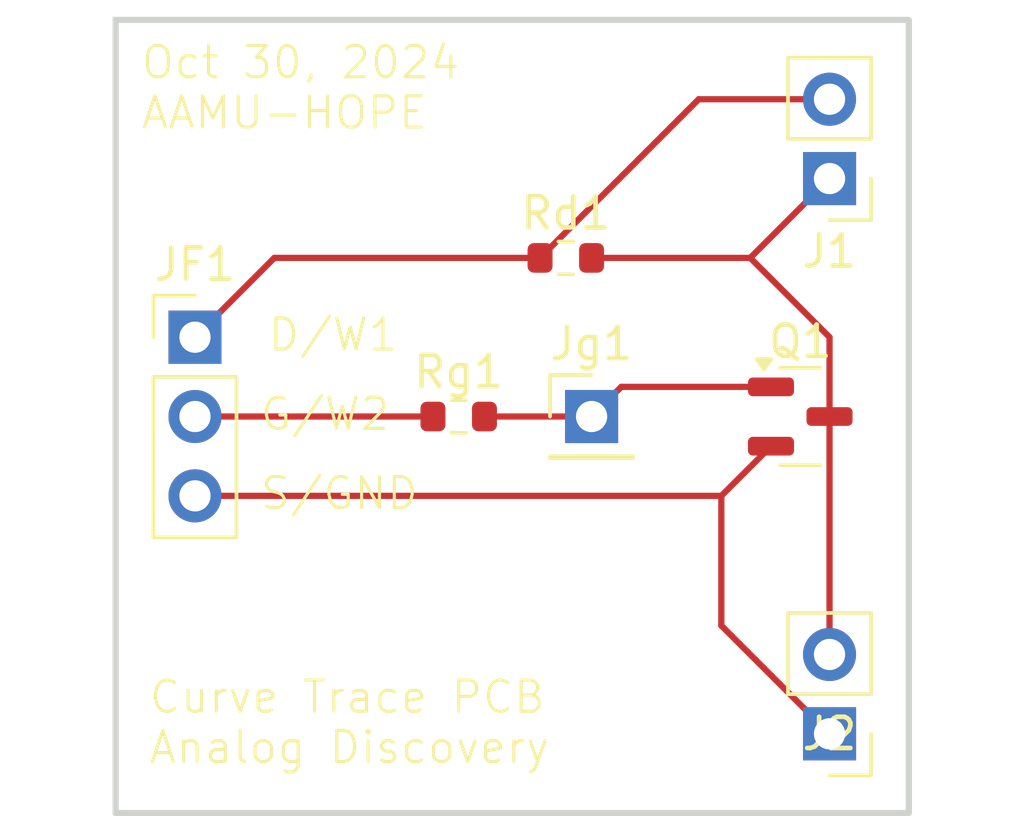
<source format=kicad_pcb>
(kicad_pcb (version 20240108) (generator "pcbnew") (generator_version "8.0")
  (layers (0 "F.Cu" signal) (31 "B.Cu" signal) (34 "B.Paste" user) (35 "F.Paste" user) (36 "B.SilkS" user "B.Silkscreen") (37 "F.SilkS" user "F.Silkscreen") (38 "B.Mask" user) (39 "F.Mask" user) (44 "Edge.Cuts" user))
  (net 0 "")
  (net 1 "/DRAIN")
  (net 2 "Net-(J1-Pin_2)")
  (net 3 "/SOURCE")
  (net 4 "Net-(JF1-Pin_2)")
  (net 5 "/GATE")
  (footprint "Connector_PinHeader_2.54mm:PinHeader_1x01_P2.54mm_Vertical" (layer "F.Cu") (at 193.04 63.5)
    (property "Reference" "Jg1" (at 0 -2.33 0) (layer "F.SilkS"))
    (property "Value" "Conn_01x01_Pin")
    (fp_line (start -1.33 -1.33) (end 0 -1.33) (stroke (width 0.12)) (layer "F.SilkS"))
    (fp_line (start -1.33 0) (end -1.33 -1.33) (stroke (width 0.12)) (layer "F.SilkS"))
    (fp_line (start -1.33 1.27) (end -1.33 1.33) (stroke (width 0.12)) (layer "F.SilkS"))
    (fp_line (start -1.33 1.27) (end 1.33 1.27) (stroke (width 0.12)) (layer "F.SilkS"))
    (fp_line (start -1.33 1.33) (end 1.33 1.33) (stroke (width 0.12)) (layer "F.SilkS"))
    (fp_line (start 1.33 1.27) (end 1.33 1.33) (stroke (width 0.12)) (layer "F.SilkS"))
    (pad "1" thru_hole rect (at 0 0) (size 1.7 1.7) (drill 1) (layers "*.Cu" "*.Mask") (net 5 "/GATE"))
  )
  (footprint "Connector_PinHeader_2.54mm:PinHeader_1x02_P2.54mm_Vertical" (layer "F.Cu") (at 200.66 55.88 180)
    (property "Reference" "J1" (at 0 -2.33 0) (layer "F.SilkS"))
    (property "Value" "Conn_01x02_Pin")
    (fp_line (start 1.33 1.27) (end 1.33 3.87) (stroke (width 0.12)) (layer "F.SilkS"))
    (fp_line (start -1.33 3.87) (end 1.33 3.87) (stroke (width 0.12)) (layer "F.SilkS"))
    (fp_line (start -1.33 1.27) (end 1.33 1.27) (stroke (width 0.12)) (layer "F.SilkS"))
    (fp_line (start -1.33 1.27) (end -1.33 3.87) (stroke (width 0.12)) (layer "F.SilkS"))
    (fp_line (start -1.33 0) (end -1.33 -1.33) (stroke (width 0.12)) (layer "F.SilkS"))
    (fp_line (start -1.33 -1.33) (end 0 -1.33) (stroke (width 0.12)) (layer "F.SilkS"))
    (pad "1" thru_hole rect (at 0 0 180) (size 1.7 1.7) (drill 1) (layers "*.Cu" "*.Mask") (net 1 "/DRAIN"))
    (pad "2" thru_hole oval (at 0 2.54 180) (size 1.7 1.7) (drill 1) (layers "*.Cu" "*.Mask") (net 2 "Net-(J1-Pin_2)"))
  )
  (footprint "Resistor_SMD:R_0603_1608Metric" (layer "F.Cu") (at 188.785 63.5)
    (property "Reference" "Rg1" (at 0 -1.43 0) (layer "F.SilkS"))
    (property "Value" "10k")
    (fp_line (start -0.237258 -0.5225) (end 0.237258 -0.5225) (stroke (width 0.12)) (layer "F.SilkS"))
    (fp_line (start -0.237258 0.5225) (end 0.237258 0.5225) (stroke (width 0.12)) (layer "F.SilkS"))
    (pad "1" smd roundrect (at -0.825 0) (size 0.8 0.95) (layers "F.Cu" "F.Paste" "F.Mask") (net 4 "Net-(JF1-Pin_2)"))
    (pad "2" smd roundrect (at 0.825 0) (size 0.8 0.95) (layers "F.Cu" "F.Paste" "F.Mask") (net 5 "/GATE"))
  )
  (footprint "Connector_PinHeader_2.54mm:PinHeader_1x03_P2.54mm_Vertical" (layer "F.Cu") (at 180.34 60.96)
    (property "Reference" "JF1" (at 0 -2.33 0) (layer "F.SilkS"))
    (property "Value" "Conn_01x03_Pin")
    (fp_line (start -1.33 -1.33) (end 0 -1.33) (stroke (width 0.12)) (layer "F.SilkS"))
    (fp_line (start -1.33 0) (end -1.33 -1.33) (stroke (width 0.12)) (layer "F.SilkS"))
    (fp_line (start -1.33 1.27) (end -1.33 6.41) (stroke (width 0.12)) (layer "F.SilkS"))
    (fp_line (start -1.33 1.27) (end 1.33 1.27) (stroke (width 0.12)) (layer "F.SilkS"))
    (fp_line (start -1.33 6.41) (end 1.33 6.41) (stroke (width 0.12)) (layer "F.SilkS"))
    (fp_line (start 1.33 1.27) (end 1.33 6.41) (stroke (width 0.12)) (layer "F.SilkS"))
    (pad "1" thru_hole rect (at 0 0) (size 1.7 1.7) (drill 1) (layers "*.Cu" "*.Mask") (net 2 "Net-(J1-Pin_2)"))
    (pad "2" thru_hole oval (at 0 2.54) (size 1.7 1.7) (drill 1) (layers "*.Cu" "*.Mask") (net 4 "Net-(JF1-Pin_2)"))
    (pad "3" thru_hole oval (at 0 5.08) (size 1.7 1.7) (drill 1) (layers "*.Cu" "*.Mask") (net 3 "/SOURCE"))
  )
  (footprint "Connector_PinHeader_2.54mm:PinHeader_1x02_P2.54mm_Vertical" (layer "F.Cu") (at 200.66 73.66 180)
    (property "Reference" "J2" (at 0 0 360) (layer "F.SilkS"))
    (property "Value" "Conn_01x02_Pin")
    (fp_line (start 1.33 1.27) (end 1.33 3.87) (stroke (width 0.12)) (layer "F.SilkS"))
    (fp_line (start -1.33 3.87) (end 1.33 3.87) (stroke (width 0.12)) (layer "F.SilkS"))
    (fp_line (start -1.33 1.27) (end 1.33 1.27) (stroke (width 0.12)) (layer "F.SilkS"))
    (fp_line (start -1.33 1.27) (end -1.33 3.87) (stroke (width 0.12)) (layer "F.SilkS"))
    (fp_line (start -1.33 0) (end -1.33 -1.33) (stroke (width 0.12)) (layer "F.SilkS"))
    (fp_line (start -1.33 -1.33) (end 0 -1.33) (stroke (width 0.12)) (layer "F.SilkS"))
    (pad "1" thru_hole rect (at 0 0 180) (size 1.7 1.7) (drill 1) (layers "*.Cu" "*.Mask") (net 3 "/SOURCE"))
    (pad "2" thru_hole oval (at 0 2.54 180) (size 1.7 1.7) (drill 1) (layers "*.Cu" "*.Mask") (net 1 "/DRAIN"))
  )
  (footprint "Package_TO_SOT_SMD:SOT-23" (layer "F.Cu") (at 199.7225 63.5)
    (property "Reference" "Q1" (at 0 -2.4 0) (layer "F.SilkS"))
    (property "Value" "BSS84")
    (fp_line (start 0 -1.56) (end -0.65 -1.56) (stroke (width 0.12)) (layer "F.SilkS"))
    (fp_line (start 0 -1.56) (end 0.65 -1.56) (stroke (width 0.12)) (layer "F.SilkS"))
    (fp_line (start 0 1.56) (end -0.65 1.56) (stroke (width 0.12)) (layer "F.SilkS"))
    (fp_line (start 0 1.56) (end 0.65 1.56) (stroke (width 0.12)) (layer "F.SilkS"))
    (fp_poly (pts (xy -1.1625 -1.51) (xy -1.4025 -1.84) (xy -0.9225 -1.84) (xy -1.1625 -1.51)) (stroke (width 0.12)) (fill solid) (layer "F.SilkS"))
    (pad "1" smd roundrect (at -0.9375 -0.95) (size 1.475 0.6) (layers "F.Cu" "F.Paste" "F.Mask") (net 5 "/GATE"))
    (pad "2" smd roundrect (at -0.9375 0.95) (size 1.475 0.6) (layers "F.Cu" "F.Paste" "F.Mask") (net 3 "/SOURCE"))
    (pad "3" smd roundrect (at 0.9375 0) (size 1.475 0.6) (layers "F.Cu" "F.Paste" "F.Mask") (net 1 "/DRAIN"))
  )
  (footprint "Resistor_SMD:R_0603_1608Metric" (layer "F.Cu") (at 192.215 58.42)
    (property "Reference" "Rd1" (at 0 -1.43 360) (layer "F.SilkS"))
    (property "Value" "100")
    (fp_line (start -0.237258 -0.5225) (end 0.237258 -0.5225) (stroke (width 0.12)) (layer "F.SilkS"))
    (fp_line (start -0.237258 0.5225) (end 0.237258 0.5225) (stroke (width 0.12)) (layer "F.SilkS"))
    (pad "1" smd roundrect (at -0.825 0) (size 0.8 0.95) (layers "F.Cu" "F.Paste" "F.Mask") (net 2 "Net-(J1-Pin_2)"))
    (pad "2" smd roundrect (at 0.825 0) (size 0.8 0.95) (layers "F.Cu" "F.Paste" "F.Mask") (net 1 "/DRAIN"))
  )
  (gr_rect (start 177.8 50.8) (end 203.2 76.2) (stroke (width 0.2)) (fill none) (layer "Edge.Cuts"))
  (gr_text "G/W2" (at 182.372 64.008 0) (layer "F.SilkS") (effects (font (size 1 1) (thickness 0.1)) (justify left bottom)))
  (gr_text "Curve Trace PCB\nAnalog Discovery" (at 178.816 74.676 0) (layer "F.SilkS") (effects (font (size 1 1) (thickness 0.1)) (justify left bottom)))
  (gr_text "Oct 30, 2024\nAAMU-HOPE" (at 178.562 54.356 0) (layer "F.SilkS") (effects (font (size 1 1) (thickness 0.1)) (justify left bottom)))
  (gr_text "D/W1" (at 182.626 61.468 0) (layer "F.SilkS") (effects (font (size 1 1) (thickness 0.1)) (justify left bottom)))
  (gr_text "S/GND" (at 182.372 66.548 0) (layer "F.SilkS") (effects (font (size 1 1) (thickness 0.1)) (justify left bottom)))
  (segment (start 193.04 58.42) (end 198.12 58.42) (width 0.2) (layer "F.Cu") (net 1))
  (segment (start 200.66 71.12) (end 200.66 63.5) (width 0.2) (layer "F.Cu") (net 1))
  (segment (start 198.12 58.42) (end 200.66 60.96) (width 0.2) (layer "F.Cu") (net 1))
  (segment (start 198.12 58.42) (end 200.66 55.88) (width 0.2) (layer "F.Cu") (net 1))
  (segment (start 200.66 63.5) (end 200.66 60.96) (width 0.2) (layer "F.Cu") (net 1))
  (segment (start 182.88 58.42) (end 180.34 60.96) (width 0.2) (layer "F.Cu") (net 2))
  (segment (start 200.66 53.34) (end 196.47 53.34) (width 0.2) (layer "F.Cu") (net 2))
  (segment (start 182.88 58.42) (end 191.39 58.42) (width 0.2) (layer "F.Cu") (net 2))
  (segment (start 196.47 53.34) (end 191.39 58.42) (width 0.2) (layer "F.Cu") (net 2))
  (segment (start 197.195 70.195) (end 197.195 66.04) (width 0.2) (layer "F.Cu") (net 3))
  (segment (start 197.195 66.04) (end 180.34 66.04) (width 0.2) (layer "F.Cu") (net 3))
  (segment (start 198.785 64.45) (end 197.195 66.04) (width 0.2) (layer "F.Cu") (net 3))
  (segment (start 200.66 73.66) (end 197.195 70.195) (width 0.2) (layer "F.Cu") (net 3))
  (segment (start 187.96 63.5) (end 180.34 63.5) (width 0.2) (layer "F.Cu") (net 4))
  (segment (start 180.34 63.5) (end 180.74 63.9) (width 0.2) (layer "F.Cu") (net 4))
  (segment (start 193.99 62.55) (end 193.04 63.5) (width 0.2) (layer "F.Cu") (net 5))
  (segment (start 198.785 62.55) (end 193.99 62.55) (width 0.2) (layer "F.Cu") (net 5))
  (segment (start 189.61 63.5) (end 193.04 63.5) (width 0.2) (layer "F.Cu") (net 5))
)
</source>
